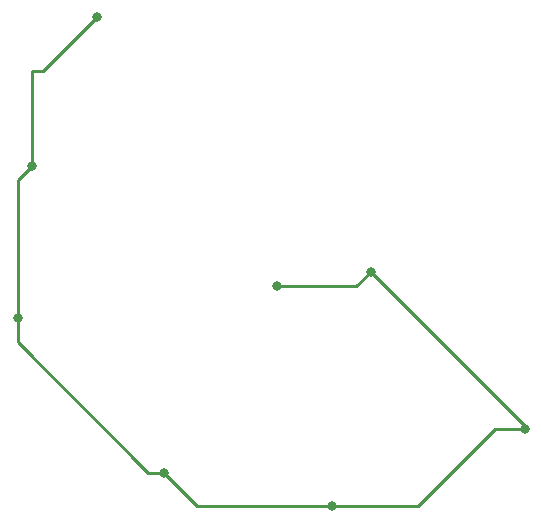
<source format=gbr>
%TF.GenerationSoftware,KiCad,Pcbnew,(6.0.5)*%
%TF.CreationDate,2023-06-02T13:35:43-04:00*%
%TF.ProjectId,Robocat Pin,526f626f-6361-4742-9050-696e2e6b6963,rev?*%
%TF.SameCoordinates,Original*%
%TF.FileFunction,Copper,L2,Inr*%
%TF.FilePolarity,Positive*%
%FSLAX46Y46*%
G04 Gerber Fmt 4.6, Leading zero omitted, Abs format (unit mm)*
G04 Created by KiCad (PCBNEW (6.0.5)) date 2023-06-02 13:35:43*
%MOMM*%
%LPD*%
G01*
G04 APERTURE LIST*
%TA.AperFunction,ViaPad*%
%ADD10C,0.800000*%
%TD*%
%TA.AperFunction,Conductor*%
%ADD11C,0.250000*%
%TD*%
G04 APERTURE END LIST*
D10*
%TO.N,Net-(C2-Pad1)*%
X33000982Y-36357264D03*
X26308400Y-61798200D03*
X69246400Y-71247000D03*
X27502200Y-48971200D03*
X56184800Y-57937400D03*
X52959000Y-77730000D03*
X48264299Y-59143300D03*
X38709600Y-74910600D03*
%TD*%
D11*
%TO.N,Net-(C2-Pad1)*%
X27502200Y-48971200D02*
X27502200Y-40890846D01*
X26308400Y-50165000D02*
X27502200Y-48971200D01*
X60242800Y-77730000D02*
X52959000Y-77730000D01*
X27502200Y-40890846D02*
X28467400Y-40890846D01*
X69246400Y-71247000D02*
X66725800Y-71247000D01*
X54978900Y-59143300D02*
X48264299Y-59143300D01*
X69246400Y-70999000D02*
X69246400Y-71247000D01*
X41529000Y-77730000D02*
X38709600Y-74910600D01*
X28467400Y-40890846D02*
X33000982Y-36357264D01*
X56184800Y-57937400D02*
X54978900Y-59143300D01*
X56184800Y-57937400D02*
X69246400Y-70999000D01*
X38709600Y-74910600D02*
X37344000Y-74910600D01*
X26308400Y-63875000D02*
X26308400Y-61798200D01*
X52959000Y-77730000D02*
X41529000Y-77730000D01*
X37344000Y-74910600D02*
X26308400Y-63875000D01*
X26308400Y-61798200D02*
X26308400Y-50165000D01*
X66725800Y-71247000D02*
X60242800Y-77730000D01*
%TD*%
M02*

</source>
